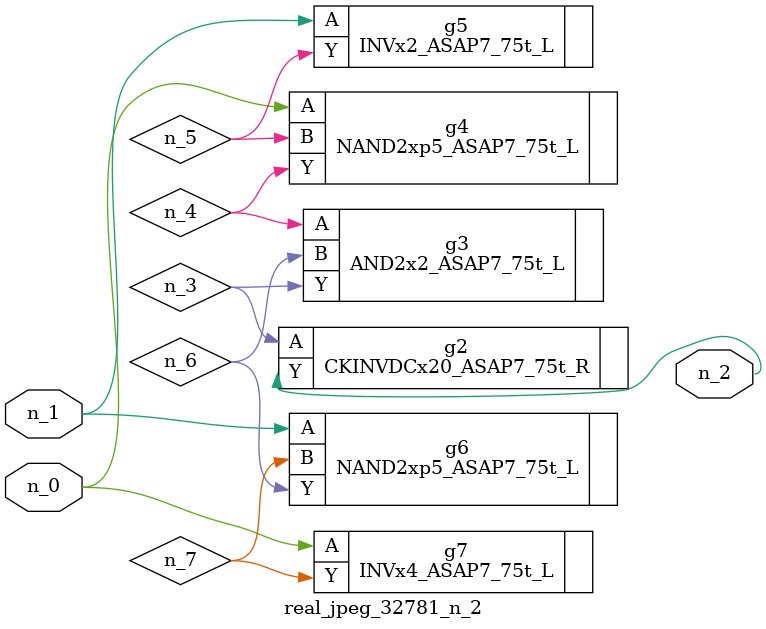
<source format=v>
module real_jpeg_32781_n_2 (n_1, n_0, n_2);

input n_1;
input n_0;

output n_2;

wire n_5;
wire n_4;
wire n_6;
wire n_7;
wire n_3;

NAND2xp5_ASAP7_75t_L g4 ( 
.A(n_0),
.B(n_5),
.Y(n_4)
);

INVx4_ASAP7_75t_L g7 ( 
.A(n_0),
.Y(n_7)
);

INVx2_ASAP7_75t_L g5 ( 
.A(n_1),
.Y(n_5)
);

NAND2xp5_ASAP7_75t_L g6 ( 
.A(n_1),
.B(n_7),
.Y(n_6)
);

CKINVDCx20_ASAP7_75t_R g2 ( 
.A(n_3),
.Y(n_2)
);

AND2x2_ASAP7_75t_L g3 ( 
.A(n_4),
.B(n_6),
.Y(n_3)
);


endmodule
</source>
